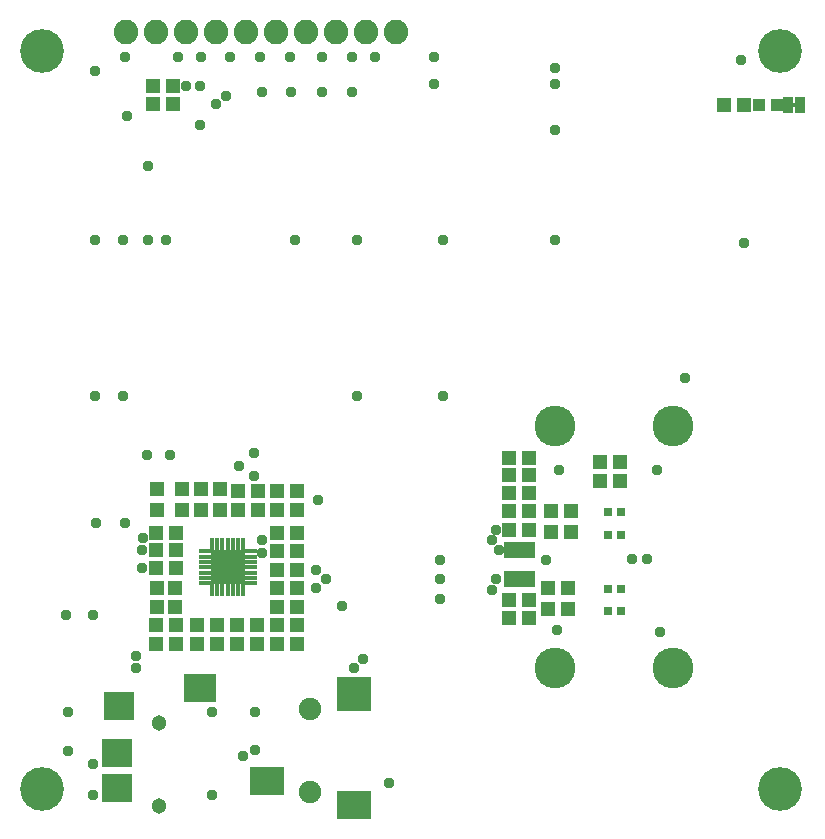
<source format=gbr>
G04 EAGLE Gerber RS-274X export*
G75*
%MOMM*%
%FSLAX34Y34*%
%LPD*%
%INSoldermask Top*%
%IPPOS*%
%AMOC8*
5,1,8,0,0,1.08239X$1,22.5*%
G01*
%ADD10C,3.703200*%
%ADD11C,3.453200*%
%ADD12R,1.303200X1.203200*%
%ADD13R,1.003200X1.003200*%
%ADD14R,0.838200X1.473200*%
%ADD15C,2.082800*%
%ADD16R,0.803200X0.743200*%
%ADD17R,0.453200X1.003200*%
%ADD18R,1.003200X0.453200*%
%ADD19R,2.903200X2.903200*%
%ADD20R,1.203200X1.303200*%
%ADD21C,1.903200*%
%ADD22R,3.003200X2.403200*%
%ADD23R,3.003200X3.003200*%
%ADD24R,1.203200X1.223200*%
%ADD25R,0.653200X1.403200*%
%ADD26R,2.503200X2.403200*%
%ADD27R,2.703200X2.403200*%
%ADD28C,1.303200*%
%ADD29C,0.959600*%

G36*
X676970Y614607D02*
X676970Y614607D01*
X677036Y614609D01*
X677079Y614627D01*
X677126Y614635D01*
X677183Y614669D01*
X677243Y614694D01*
X677278Y614725D01*
X677319Y614750D01*
X677361Y614801D01*
X677409Y614845D01*
X677431Y614887D01*
X677460Y614924D01*
X677481Y614986D01*
X677512Y615045D01*
X677520Y615099D01*
X677532Y615136D01*
X677531Y615176D01*
X677539Y615230D01*
X677539Y617770D01*
X677528Y617835D01*
X677526Y617901D01*
X677508Y617944D01*
X677500Y617991D01*
X677466Y618048D01*
X677441Y618108D01*
X677410Y618143D01*
X677385Y618184D01*
X677334Y618226D01*
X677290Y618274D01*
X677248Y618296D01*
X677211Y618325D01*
X677149Y618346D01*
X677090Y618377D01*
X677036Y618385D01*
X676999Y618397D01*
X676959Y618396D01*
X676905Y618404D01*
X673095Y618404D01*
X673030Y618393D01*
X672964Y618391D01*
X672921Y618373D01*
X672874Y618365D01*
X672817Y618331D01*
X672757Y618306D01*
X672722Y618275D01*
X672681Y618250D01*
X672640Y618199D01*
X672591Y618155D01*
X672569Y618113D01*
X672540Y618076D01*
X672519Y618014D01*
X672488Y617955D01*
X672480Y617901D01*
X672468Y617864D01*
X672468Y617861D01*
X672469Y617824D01*
X672461Y617770D01*
X672461Y615230D01*
X672472Y615165D01*
X672474Y615099D01*
X672492Y615056D01*
X672500Y615009D01*
X672534Y614952D01*
X672559Y614892D01*
X672590Y614857D01*
X672615Y614816D01*
X672666Y614775D01*
X672710Y614726D01*
X672752Y614704D01*
X672789Y614675D01*
X672851Y614654D01*
X672910Y614623D01*
X672964Y614615D01*
X673001Y614603D01*
X673041Y614604D01*
X673095Y614596D01*
X676905Y614596D01*
X676970Y614607D01*
G37*
D10*
X37500Y662500D03*
X662500Y662500D03*
X662500Y37500D03*
X37500Y37500D03*
D11*
X472500Y140000D03*
X572500Y140000D03*
X572500Y345000D03*
X472500Y345000D03*
D12*
X632000Y616500D03*
X615000Y616500D03*
D13*
X660000Y616500D03*
X645000Y616500D03*
D14*
X680080Y616500D03*
X669920Y616500D03*
D15*
X108900Y678000D03*
X134300Y678000D03*
X159700Y678000D03*
X185100Y678000D03*
X210500Y678000D03*
X235900Y678000D03*
X261300Y678000D03*
X286700Y678000D03*
X312100Y678000D03*
X337500Y678000D03*
D16*
X517250Y272150D03*
X517250Y252850D03*
X527750Y252850D03*
X527750Y272150D03*
D12*
X527500Y314000D03*
X510500Y314000D03*
X527500Y298500D03*
X510500Y298500D03*
X486000Y272500D03*
X469000Y272500D03*
X486000Y255000D03*
X469000Y255000D03*
X433000Y288000D03*
X450000Y288000D03*
X450000Y303000D03*
X433000Y303000D03*
X433000Y318000D03*
X450000Y318000D03*
X450000Y272500D03*
X433000Y272500D03*
X450000Y257000D03*
X433000Y257000D03*
D16*
X517250Y207150D03*
X517250Y187850D03*
X527750Y187850D03*
X527750Y207150D03*
D12*
X483500Y207500D03*
X466500Y207500D03*
X483500Y190000D03*
X466500Y190000D03*
X450000Y182500D03*
X433000Y182500D03*
X450000Y197500D03*
X433000Y197500D03*
D17*
X208500Y244500D03*
X204000Y244500D03*
X199500Y244500D03*
X195000Y244500D03*
X190500Y244500D03*
X186000Y244500D03*
X181500Y244500D03*
D18*
X175500Y238500D03*
X175500Y234000D03*
X175500Y229500D03*
X175500Y225000D03*
X175500Y220500D03*
X175500Y216000D03*
X175500Y211500D03*
D17*
X181500Y205500D03*
X186000Y205500D03*
X190500Y205500D03*
X195000Y205500D03*
X199500Y205500D03*
X204000Y205500D03*
X208500Y205500D03*
D18*
X214500Y211500D03*
X214500Y216000D03*
X214500Y220500D03*
X214500Y225000D03*
X214500Y229500D03*
X214500Y234000D03*
X214500Y238500D03*
D19*
X195000Y225000D03*
D12*
X203000Y176000D03*
X220000Y176000D03*
X169000Y176000D03*
X186000Y176000D03*
X151500Y176000D03*
X134500Y176000D03*
X236500Y176000D03*
X253500Y176000D03*
X237000Y273500D03*
X254000Y273500D03*
X204000Y273500D03*
X221000Y273500D03*
X204000Y290000D03*
X221000Y290000D03*
X237000Y290000D03*
X254000Y290000D03*
X151500Y160000D03*
X134500Y160000D03*
X169000Y160000D03*
X186000Y160000D03*
X203000Y160000D03*
X220000Y160000D03*
X236500Y160000D03*
X253500Y160000D03*
X151500Y254500D03*
X134500Y254500D03*
X254000Y254500D03*
X237000Y254500D03*
D20*
X188500Y291000D03*
X188500Y274000D03*
X172500Y291000D03*
X172500Y274000D03*
X156500Y291000D03*
X156500Y274000D03*
X135000Y291000D03*
X135000Y274000D03*
D21*
X265000Y35000D03*
D22*
X228000Y44000D03*
X302000Y24000D03*
D23*
X302000Y118000D03*
D21*
X265000Y105000D03*
D12*
X134500Y239500D03*
X151500Y239500D03*
X134500Y224500D03*
X151500Y224500D03*
D24*
X150590Y191500D03*
X135410Y191500D03*
X150590Y207500D03*
X135410Y207500D03*
D12*
X237000Y191750D03*
X254000Y191750D03*
X254000Y239000D03*
X237000Y239000D03*
X148500Y632500D03*
X131500Y632500D03*
X148500Y617500D03*
X131500Y617500D03*
D25*
X432750Y215000D03*
X439250Y215000D03*
X445750Y215000D03*
X452250Y215000D03*
X452250Y240000D03*
X445750Y240000D03*
X439250Y240000D03*
X432750Y240000D03*
D12*
X237000Y222500D03*
X254000Y222500D03*
X237000Y207500D03*
X254000Y207500D03*
D26*
X101500Y38000D03*
X101500Y68000D03*
X103500Y108000D03*
D27*
X171500Y123000D03*
D28*
X137000Y23000D03*
X137000Y93000D03*
D29*
X117500Y150000D03*
X204500Y311000D03*
X472500Y647500D03*
X425000Y240000D03*
X537500Y232500D03*
X82500Y645000D03*
X82500Y502500D03*
X82500Y370000D03*
X84000Y263000D03*
X582500Y385000D03*
X632500Y500000D03*
X630000Y655000D03*
X108500Y657500D03*
X172500Y657500D03*
X197500Y657500D03*
X222500Y657500D03*
X247500Y657500D03*
X275000Y657500D03*
X300000Y657500D03*
X375000Y215000D03*
X375000Y231500D03*
X476000Y307500D03*
X375000Y198000D03*
X377500Y502500D03*
X377500Y370000D03*
X370000Y657500D03*
X472000Y502500D03*
X472000Y595000D03*
X474000Y172000D03*
X561000Y170000D03*
X550000Y232500D03*
X558500Y307500D03*
X305000Y502500D03*
X305000Y370000D03*
X252500Y502500D03*
X142500Y502500D03*
X127500Y502500D03*
X153000Y657500D03*
X275000Y627500D03*
X300000Y627500D03*
X249000Y627500D03*
X224000Y627500D03*
X172000Y599500D03*
X127500Y564500D03*
X126500Y320500D03*
X146500Y320500D03*
X217500Y321500D03*
X271500Y282500D03*
X291500Y192500D03*
X218500Y102500D03*
X181500Y102500D03*
X59500Y102500D03*
X181500Y32500D03*
X81500Y32500D03*
X331500Y42500D03*
X320000Y657500D03*
X465000Y231000D03*
X81500Y58500D03*
X81500Y184500D03*
X58500Y184500D03*
X59500Y69500D03*
X217500Y302500D03*
X187000Y217000D03*
X204000Y217000D03*
X204000Y233000D03*
X187000Y233000D03*
X108000Y263000D03*
X106500Y370000D03*
X106500Y502500D03*
X109500Y607000D03*
X370000Y634500D03*
X172000Y632500D03*
X194000Y624500D03*
X472000Y634500D03*
X123000Y250000D03*
X117500Y139500D03*
X310000Y147500D03*
X218500Y70500D03*
X278500Y215500D03*
X419000Y248000D03*
X419000Y206000D03*
X224500Y248500D03*
X185000Y617500D03*
X122500Y224500D03*
X302000Y140000D03*
X122500Y239500D03*
X208000Y65000D03*
X422500Y215000D03*
X270000Y207500D03*
X224500Y237000D03*
X160000Y632500D03*
X422000Y257000D03*
X270000Y222500D03*
M02*

</source>
